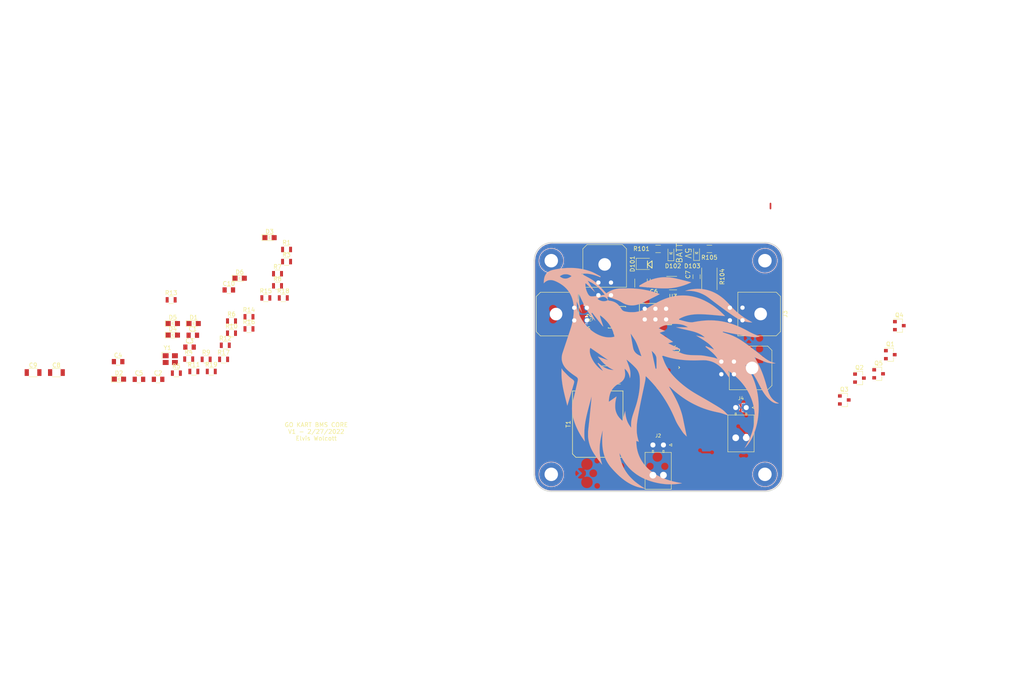
<source format=kicad_pcb>
(kicad_pcb (version 20171130) (host pcbnew 5.99.0+really5.1.10+dfsg1-1)
  (layers (0 F.Cu signal) (31 B.Cu signal) (34 B.Paste user) (35 F.Paste user) (36 B.SilkS user hide) (37 F.SilkS user) (38 B.Mask user) (39 F.Mask user) (44 Edge.Cuts user))
  (net 0 "")
  (net 1 GND)
  (net 2 "Net-(D102-Pad2)")
  (net 3 "Net-(D103-Pad2)")
  (net 4 +5V)
  (net 5 "Net-(C3-Pad1)")
  (net 6 "Net-(C4-Pad1)")
  (net 7 "Net-(C5-Pad1)")
  (net 8 "Net-(C6-Pad1)")
  (net 9 "Net-(C7-Pad1)")
  (net 10 "Net-(C8-Pad1)")
  (net 11 "Net-(C9-Pad1)")
  (net 12 /DEBUG_1)
  (net 13 "Net-(D1-Pad2)")
  (net 14 "Net-(D2-Pad2)")
  (net 15 /DEBUG_2)
  (net 16 /DEBUG_3)
  (net 17 "Net-(D3-Pad2)")
  (net 18 "Net-(D4-Pad2)")
  (net 19 "Net-(D5-Pad2)")
  (net 20 "Net-(D6-Pad2)")
  (net 21 +BATT)
  (net 22 /MISO)
  (net 23 /SCK)
  (net 24 /MOSI)
  (net 25 /RESET)
  (net 26 "Net-(J2-Pad1)")
  (net 27 "Net-(J2-Pad2)")
  (net 28 /AIR_WELD)
  (net 29 /COIL_-)
  (net 30 /COIL_+)
  (net 31 /AIR_LSD)
  (net 32 /SHUTDOWN_SENSE)
  (net 33 /CAN_+)
  (net 34 /CAN_-)
  (net 35 "Net-(R7-Pad1)")
  (net 36 "Net-(R8-Pad2)")
  (net 37 "Net-(T1-Pad9)")
  (net 38 "Net-(T1-Pad2)")
  (net 39 "Net-(T1-Pad6)")
  (net 40 "Net-(T1-Pad7)")
  (net 41 "Net-(T1-Pad8)")
  (net 42 /CAN_TX)
  (net 43 /CAN_RX)
  (net 44 "Net-(U1-Pad5)")
  (net 45 /FAN_PWM_RAW)
  (net 46 /MISO_iso)
  (net 47 /MOSI_iso)
  (net 48 "Net-(U2-Pad13)")
  (net 49 "Net-(U2-Pad14)")
  (net 50 "Net-(U2-Pad15)")
  (net 51 /CS_iso)
  (net 52 "Net-(U2-Pad17)")
  (net 53 "Net-(U2-Pad18)")
  (net 54 "Net-(U2-Pad21)")
  (net 55 "Net-(U2-Pad22)")
  (net 56 /SCK_iso)
  (net 57 "Net-(U2-Pad30)")
  (net 58 "Net-(U2-Pad32)")
  (net 59 /FAN_PWM)
  (net 60 "Net-(J5-Pad4)")
  (net 61 "Net-(Q3-Pad3)")
  (net 62 "Net-(R18-Pad2)")
  (net 63 "Net-(R18-Pad1)")
  (net 64 "Net-(T1-Pad4)")
  (net 65 "Net-(T1-Pad5)")
  (net 66 "Net-(U2-Pad24)")
  (module footprints:NanoFit_Molex_1x02x2.50mm_Angled_OEM (layer F.Cu) (at 191.135 114.935 180)
    (fp_text reference J4 (at 1.25 2.2) (layer F.SilkS) (effects (font (size 0.8 0.8) (thickness 0.12))))
    (fp_text value NanoFit_RA_TH_02 hide)
    (pad 1 thru_hole rect (at 0 0 180) (size 1.9 1.9) (drill 1.2) (layers *.Cu *.Mask) (net 30 /COIL_+))
    (pad 2 thru_hole circle (at 2.5 0 180) (size 1.9 1.9) (drill 1.2) (layers *.Cu *.Mask) (net 1 GND))
    (pad "" np_thru_hole circle (at 0 -7.18 180) (size 1.6 1.6) (drill 1.6) (layers *.Cu *.Mask))
    (pad "" np_thru_hole circle (at 2.5 -7.18 180) (size 1.6 1.6) (drill 1.6) (layers *.Cu *.Mask))
  )
  (module footprints:SOT-23-5 (layer F.Cu) (at 173.736 85.344)
    (fp_text reference U3 (at 0 3.175) (layer F.SilkS))
    (fp_text value AP7370 hide)
    (pad 5 smd rect (at 1.1 -0.95) (size 1.06 0.65) (layers F.Cu F.Paste F.Mask) (net 9 "Net-(C7-Pad1)"))
    (pad 4 smd rect (at 1.1 0.95) (size 1.06 0.65) (layers F.Cu F.Paste F.Mask))
    (pad 3 smd rect (at -1.1 0.95) (size 1.06 0.65) (layers F.Cu F.Paste F.Mask))
    (pad 2 smd rect (at -1.1 0) (size 1.06 0.65) (layers F.Cu F.Paste F.Mask) (net 1 GND))
    (pad 1 smd rect (at -1.1 -0.95) (size 1.06 0.65) (layers F.Cu F.Paste F.Mask) (net 8 "Net-(C6-Pad1)"))
  )
  (module MountingHole:MountingHole_3.2mm_M3_ISO7380_Pad_TopBottom (layer F.Cu) (at 195.58 130.81)
    (fp_text reference REF** hide)
    (fp_text value MountingHole_3.2mm_M3_ISO7380_Pad_TopBottom hide)
    (pad 1 connect circle (at 0 0) (size 5.7 5.7) (layers B.Cu B.Mask))
    (pad 1 connect circle (at 0 0) (size 5.7 5.7) (layers F.Cu F.Mask))
    (pad 1 thru_hole circle (at 0 0) (size 3.6 3.6) (drill 3.2) (layers *.Cu *.Mask))
  )
  (module MountingHole:MountingHole_3.2mm_M3_ISO7380_Pad_TopBottom (layer F.Cu) (at 195.58 80.01)
    (fp_text reference REF** hide)
    (fp_text value MountingHole_3.2mm_M3_ISO7380_Pad_TopBottom hide)
    (pad 1 connect circle (at 0 0) (size 5.7 5.7) (layers B.Cu B.Mask))
    (pad 1 connect circle (at 0 0) (size 5.7 5.7) (layers F.Cu F.Mask))
    (pad 1 thru_hole circle (at 0 0) (size 3.6 3.6) (drill 3.2) (layers *.Cu *.Mask))
  )
  (module MountingHole:MountingHole_3.2mm_M3_ISO7380_Pad_TopBottom (layer F.Cu) (at 144.78 80.01)
    (fp_text reference REF** hide)
    (fp_text value MountingHole_3.2mm_M3_ISO7380_Pad_TopBottom hide)
    (pad 1 connect circle (at 0 0) (size 5.7 5.7) (layers B.Cu B.Mask))
    (pad 1 connect circle (at 0 0) (size 5.7 5.7) (layers F.Cu F.Mask))
    (pad 1 thru_hole circle (at 0 0) (size 3.6 3.6) (drill 3.2) (layers *.Cu *.Mask))
  )
  (module MountingHole:MountingHole_3.2mm_M3_ISO7380_Pad_TopBottom (layer F.Cu) (at 144.78 130.81)
    (fp_text reference REF** hide)
    (fp_text value MountingHole_3.2mm_M3_ISO7380_Pad_TopBottom hide)
    (pad 1 connect circle (at 0 0) (size 5.7 5.7) (layers B.Cu B.Mask))
    (pad 1 connect circle (at 0 0) (size 5.7 5.7) (layers F.Cu F.Mask))
    (pad 1 thru_hole circle (at 0 0) (size 3.6 3.6) (drill 3.2) (layers *.Cu *.Mask))
  )
  (module footprints:phoenix (layer B.Cu) (at 170.942 107.95 180)
    (fp_text reference G*** hide)
    (fp_text value LOGO hide)
  )
  (module footprints:C_0805_OEM (layer F.Cu) (at 169.164 84.836 270)
    (fp_text reference C6 (at 2.54 0 180) (layer F.SilkS))
    (fp_text value C_1uF hide)
    (pad 2 smd rect (at 1 0 270) (size 1 1.25) (layers F.Cu F.Paste F.Mask) (net 1 GND))
    (pad 1 smd rect (at -1 0 270) (size 1 1.25) (layers F.Cu F.Paste F.Mask) (net 8 "Net-(C6-Pad1)"))
  )
  (module footprints:C_0805_OEM (layer F.Cu) (at 179.324 83.82 270)
    (fp_text reference C7 (at -0.508 2.032 90) (layer F.SilkS))
    (fp_text value C_1uF hide)
    (pad 2 smd rect (at 1 0 270) (size 1 1.25) (layers F.Cu F.Paste F.Mask) (net 1 GND))
    (pad 1 smd rect (at -1 0 270) (size 1 1.25) (layers F.Cu F.Paste F.Mask) (net 9 "Net-(C7-Pad1)"))
  )
  (module footprints:DO-214AA (layer F.Cu) (at 168.148 80.772)
    (fp_text reference D101 (at -4.064 0 270) (layer F.SilkS))
    (fp_text value D_Zener_18V hide)
    (pad 1 smd rect (at -2.032 0 180) (size 1.778 2.159) (layers F.Cu F.Paste F.Mask) (net 8 "Net-(C6-Pad1)"))
    (pad 2 smd rect (at 2.032 0 180) (size 1.778 2.159) (layers F.Cu F.Paste F.Mask) (net 1 GND))
  )
  (module footprints:LED_0805_OEM (layer F.Cu) (at 173.228 78.232 90)
    (fp_text reference D102 (at -3.048 0.508) (layer F.SilkS))
    (fp_text value LED_0805 hide)
    (pad 1 smd rect (at -1.1 0 270) (size 1.2 1.2) (layers F.Cu F.Paste F.Mask) (net 1 GND))
    (pad 2 smd rect (at 1.1 0 270) (size 1.2 1.2) (layers F.Cu F.Paste F.Mask) (net 2 "Net-(D102-Pad2)"))
  )
  (module footprints:LED_0805_OEM (layer F.Cu) (at 179.324 78.148 90)
    (fp_text reference D103 (at -3.132 -1.016 180) (layer F.SilkS))
    (fp_text value LED_0805 hide)
    (pad 1 smd rect (at -1.1 0 270) (size 1.2 1.2) (layers F.Cu F.Paste F.Mask) (net 1 GND))
    (pad 2 smd rect (at 1.1 0 270) (size 1.2 1.2) (layers F.Cu F.Paste F.Mask) (net 3 "Net-(D103-Pad2)"))
  )
  (module footprints:Fuse_1210 (layer F.Cu) (at 166.116 85.344 270)
    (fp_text reference F101 (at 3.048 0 180) (layer F.SilkS))
    (fp_text value F_500mA_16V hide)
    (pad 2 smd rect (at 1.45 0 270) (size 0.9 2.5) (layers F.Cu F.Paste F.Mask) (net 21 +BATT))
    (pad 1 smd rect (at -1.45 0 270) (size 0.9 2.5) (layers F.Cu F.Paste F.Mask) (net 8 "Net-(C6-Pad1)"))
  )
  (module footprints:R_0805_OEM (layer F.Cu) (at 170.18 77.216)
    (fp_text reference R101 (at -3.959 -0.027) (layer F.SilkS))
    (fp_text value R_1K hide)
    (pad 2 smd rect (at 0.95 0) (size 0.7 1.3) (layers F.Cu F.Paste F.Mask) (net 2 "Net-(D102-Pad2)"))
    (pad 1 smd rect (at -0.95 0) (size 0.7 1.3) (layers F.Cu F.Paste F.Mask) (net 8 "Net-(C6-Pad1)"))
  )
  (module footprints:R_2512_OEM (layer F.Cu) (at 182.372 84.328 90)
    (fp_text reference R104 (at 0.508 3.048 270) (layer F.SilkS))
    (fp_text value R_0_2512 hide)
    (pad 2 smd rect (at 3.1 0 90) (size 1 3.2) (layers F.Cu F.Paste F.Mask) (net 9 "Net-(C7-Pad1)"))
    (pad 1 smd rect (at -3.1 0 90) (size 1 3.2) (layers F.Cu F.Paste F.Mask) (net 4 +5V))
  )
  (module footprints:R_0805_OEM (layer F.Cu) (at 182.372 77.216 180)
    (fp_text reference R105 (at 0 -2.032) (layer F.SilkS))
    (fp_text value R_200 hide)
    (pad 2 smd rect (at 0.95 0 180) (size 0.7 1.3) (layers F.Cu F.Paste F.Mask) (net 3 "Net-(D103-Pad2)"))
    (pad 1 smd rect (at -0.95 0 180) (size 0.7 1.3) (layers F.Cu F.Paste F.Mask) (net 9 "Net-(C7-Pad1)"))
  )
  (module footprints:C_0805_OEM (layer F.Cu) (at 59.559001 97.740001)
    (fp_text reference C1 (at 0 -1.5) (layer F.SilkS))
    (fp_text value C_0.1uF hide)
    (pad 2 smd rect (at 1 0) (size 1 1.25) (layers F.Cu F.Paste F.Mask) (net 1 GND))
    (pad 1 smd rect (at -1 0) (size 1 1.25) (layers F.Cu F.Paste F.Mask) (net 4 +5V))
  )
  (module footprints:C_0805_OEM (layer F.Cu) (at 51.299001 108.220001)
    (fp_text reference C2 (at 0 -1.5) (layer F.SilkS))
    (fp_text value C_0.1uF hide)
    (pad 2 smd rect (at 1 0) (size 1 1.25) (layers F.Cu F.Paste F.Mask) (net 1 GND))
    (pad 1 smd rect (at -1 0) (size 1 1.25) (layers F.Cu F.Paste F.Mask) (net 4 +5V))
  )
  (module footprints:C_0805_OEM (layer F.Cu) (at 58.779001 100.560001)
    (fp_text reference C3 (at 0 -1.5) (layer F.SilkS))
    (fp_text value C_100pF hide)
    (pad 2 smd rect (at 1 0) (size 1 1.25) (layers F.Cu F.Paste F.Mask) (net 1 GND))
    (pad 1 smd rect (at -1 0) (size 1 1.25) (layers F.Cu F.Paste F.Mask) (net 5 "Net-(C3-Pad1)"))
  )
  (module footprints:C_0805_OEM (layer F.Cu) (at 41.799001 104.010001)
    (fp_text reference C4 (at 0 -1.5) (layer F.SilkS))
    (fp_text value C_30pF hide)
    (pad 2 smd rect (at 1 0) (size 1 1.25) (layers F.Cu F.Paste F.Mask) (net 1 GND))
    (pad 1 smd rect (at -1 0) (size 1 1.25) (layers F.Cu F.Paste F.Mask) (net 6 "Net-(C4-Pad1)"))
  )
  (module footprints:C_0805_OEM (layer F.Cu) (at 46.749001 108.220001)
    (fp_text reference C5 (at 0 -1.5) (layer F.SilkS))
    (fp_text value C_30pF hide)
    (pad 2 smd rect (at 1 0) (size 1 1.25) (layers F.Cu F.Paste F.Mask) (net 1 GND))
    (pad 1 smd rect (at -1 0) (size 1 1.25) (layers F.Cu F.Paste F.Mask) (net 7 "Net-(C5-Pad1)"))
  )
  (module footprints:C_1206_OEM (layer F.Cu) (at 27.129001 106.610001)
    (fp_text reference C8 (at 0 -1.75) (layer F.SilkS))
    (fp_text value C_10nF hide)
    (pad 2 smd rect (at 1.5 0) (size 1 1.6) (layers F.Cu F.Paste F.Mask) (net 1 GND))
    (pad 1 smd rect (at -1.5 0) (size 1 1.6) (layers F.Cu F.Paste F.Mask) (net 10 "Net-(C8-Pad1)"))
  )
  (module footprints:C_1206_OEM (layer F.Cu) (at 21.579001 106.610001)
    (fp_text reference C9 (at 0 -1.75) (layer F.SilkS))
    (fp_text value C_10nF hide)
    (pad 2 smd rect (at 1.5 0) (size 1 1.6) (layers F.Cu F.Paste F.Mask) (net 1 GND))
    (pad 1 smd rect (at -1.5 0) (size 1 1.6) (layers F.Cu F.Paste F.Mask) (net 11 "Net-(C9-Pad1)"))
  )
  (module footprints:C_0805_OEM (layer F.Cu) (at 68.119001 86.970001)
    (fp_text reference C10 (at 0 -1.5) (layer F.SilkS))
    (fp_text value C_1uF hide)
    (pad 2 smd rect (at 1 0) (size 1 1.25) (layers F.Cu F.Paste F.Mask) (net 1 GND))
    (pad 1 smd rect (at -1 0) (size 1 1.25) (layers F.Cu F.Paste F.Mask) (net 4 +5V))
  )
  (module footprints:LED_0805_OEM (layer F.Cu) (at 59.759001 94.955001)
    (fp_text reference D1 (at 0 -1.45) (layer F.SilkS))
    (fp_text value LED_0805 hide)
    (pad 1 smd rect (at -1.1 0 180) (size 1.2 1.2) (layers F.Cu F.Paste F.Mask) (net 12 /DEBUG_1))
    (pad 2 smd rect (at 1.1 0 180) (size 1.2 1.2) (layers F.Cu F.Paste F.Mask) (net 13 "Net-(D1-Pad2)"))
  )
  (module footprints:LED_0805_OEM (layer F.Cu) (at 41.999001 108.185001)
    (fp_text reference D2 (at 0 -1.45) (layer F.SilkS))
    (fp_text value LED_0805 hide)
    (pad 1 smd rect (at -1.1 0 180) (size 1.2 1.2) (layers F.Cu F.Paste F.Mask) (net 15 /DEBUG_2))
    (pad 2 smd rect (at 1.1 0 180) (size 1.2 1.2) (layers F.Cu F.Paste F.Mask) (net 14 "Net-(D2-Pad2)"))
  )
  (module footprints:LED_0805_OEM (layer F.Cu) (at 77.799001 74.535001)
    (fp_text reference D3 (at 0 -1.45) (layer F.SilkS))
    (fp_text value LED_0805 hide)
    (pad 1 smd rect (at -1.1 0 180) (size 1.2 1.2) (layers F.Cu F.Paste F.Mask) (net 16 /DEBUG_3))
    (pad 2 smd rect (at 1.1 0 180) (size 1.2 1.2) (layers F.Cu F.Paste F.Mask) (net 17 "Net-(D3-Pad2)"))
  )
  (module footprints:LED_0805_OEM (layer F.Cu) (at 54.809001 97.705001)
    (fp_text reference D4 (at 0 -1.45) (layer F.SilkS))
    (fp_text value LED_0805 hide)
    (pad 1 smd rect (at -1.1 0 180) (size 1.2 1.2) (layers F.Cu F.Paste F.Mask) (net 1 GND))
    (pad 2 smd rect (at 1.1 0 180) (size 1.2 1.2) (layers F.Cu F.Paste F.Mask) (net 18 "Net-(D4-Pad2)"))
  )
  (module footprints:LED_0805_OEM (layer F.Cu) (at 54.809001 94.955001)
    (fp_text reference D5 (at 0 -1.45) (layer F.SilkS))
    (fp_text value LED_0805 hide)
    (pad 1 smd rect (at -1.1 0 180) (size 1.2 1.2) (layers F.Cu F.Paste F.Mask) (net 1 GND))
    (pad 2 smd rect (at 1.1 0 180) (size 1.2 1.2) (layers F.Cu F.Paste F.Mask) (net 19 "Net-(D5-Pad2)"))
  )
  (module footprints:LED_0805_OEM (layer F.Cu) (at 70.699001 84.185001)
    (fp_text reference D6 (at 0 -1.45) (layer F.SilkS))
    (fp_text value LED_0805 hide)
    (pad 1 smd rect (at -1.1 0 180) (size 1.2 1.2) (layers F.Cu F.Paste F.Mask) (net 1 GND))
    (pad 2 smd rect (at 1.1 0 180) (size 1.2 1.2) (layers F.Cu F.Paste F.Mask) (net 20 "Net-(D6-Pad2)"))
  )
  (module footprints:Pin_Header_Straight_2x03 (layer F.Cu) (at 172.085 91.44 270)
    (fp_text reference J1 (at 1.778 -2.54 90) (layer F.SilkS))
    (fp_text value CONN_02X03 hide)
    (pad 6 thru_hole circle (at 2.54 5.08 270) (size 1.4 1.4) (drill 1.016) (layers *.Cu *.Mask) (net 1 GND))
    (pad 5 thru_hole circle (at 0 5.08 270) (size 1.4 1.4) (drill 1.016) (layers *.Cu *.Mask) (net 25 /RESET))
    (pad 4 thru_hole circle (at 2.54 2.54 270) (size 1.4 1.4) (drill 1.016) (layers *.Cu *.Mask) (net 24 /MOSI))
    (pad 3 thru_hole circle (at 0 2.54 270) (size 1.4 1.4) (drill 1.016) (layers *.Cu *.Mask) (net 23 /SCK))
    (pad 2 thru_hole circle (at 2.54 0 270) (size 1.4 1.4) (drill 1.016) (layers *.Cu *.Mask) (net 4 +5V))
    (pad 1 thru_hole rect (at 0 0 270) (size 1.4 1.4) (drill 1.016) (layers *.Cu *.Mask) (net 22 /MISO))
  )
  (module footprints:MicroFit_RA_4 (layer F.Cu) (at 190.246 91.186 270)
    (fp_text reference J3 (at 1.5 -10.12 90) (layer F.SilkS))
    (fp_text value MicroFit_RA_4)
    (pad 4 thru_hole circle (at 3 3 270) (size 1.5 1.5) (drill 1.02) (layers *.Cu *.Mask) (net 30 /COIL_+))
    (pad 3 thru_hole circle (at 0 3 270) (size 1.5 1.5) (drill 1.02) (layers *.Cu *.Mask) (net 29 /COIL_-))
    (pad 2 thru_hole circle (at 3 0 270) (size 1.5 1.5) (drill 1.02) (layers *.Cu *.Mask) (net 4 +5V))
    (pad 1 thru_hole roundrect (at 0 0 270) (size 1.5 1.5) (drill 1.02) (layers *.Cu *.Mask) (roundrect_rratio 0.166667) (net 28 /AIR_WELD))
    (pad "" np_thru_hole circle (at 1.5 -4.32 270) (size 3 3) (drill 3) (layers *.Cu *.Mask))
  )
  (module footprints:MicroFit_RA_4 (layer F.Cu) (at 188.214 104.013 270)
    (fp_text reference J5 (at -2.667 2.54 90) (layer F.SilkS))
    (fp_text value MicroFit_RA_4)
    (pad 4 thru_hole circle (at 3 3 270) (size 1.5 1.5) (drill 1.02) (layers *.Cu *.Mask) (net 60 "Net-(J5-Pad4)"))
    (pad 3 thru_hole circle (at 0 3 270) (size 1.5 1.5) (drill 1.02) (layers *.Cu *.Mask) (net 21 +BATT))
    (pad 2 thru_hole circle (at 3 0 270) (size 1.5 1.5) (drill 1.02) (layers *.Cu *.Mask) (net 59 /FAN_PWM))
    (pad 1 thru_hole roundrect (at 0 0 270) (size 1.5 1.5) (drill 1.02) (layers *.Cu *.Mask) (roundrect_rratio 0.166667) (net 1 GND))
    (pad "" np_thru_hole circle (at 1.5 -4.32 270) (size 3 3) (drill 3) (layers *.Cu *.Mask))
  )
  (module footprints:MicroFit_RA_4 (layer F.Cu) (at 150.243 94.21 90)
    (fp_text reference J6 (at -2.056 3.048 180) (layer F.SilkS))
    (fp_text value MicroFit_RA_4)
    (pad 4 thru_hole circle (at 3 3 90) (size 1.5 1.5) (drill 1.02) (layers *.Cu *.Mask) (net 33 /CAN_+))
    (pad 3 thru_hole circle (at 0 3 90) (size 1.5 1.5) (drill 1.02) (layers *.Cu *.Mask) (net 34 /CAN_-))
    (pad 2 thru_hole circle (at 3 0 90) (size 1.5 1.5) (drill 1.02) (layers *.Cu *.Mask) (net 21 +BATT))
    (pad 1 thru_hole roundrect (at 0 0 90) (size 1.5 1.5) (drill 1.02) (layers *.Cu *.Mask) (roundrect_rratio 0.166667) (net 1 GND))
    (pad "" np_thru_hole circle (at 1.5 -4.32 90) (size 3 3) (drill 3) (layers *.Cu *.Mask))
  )
  (module footprints:MicroFit_RA_4 (layer F.Cu) (at 155.98 85.219)
    (fp_text reference J7 (at 5.08 3.048 270) (layer F.SilkS))
    (fp_text value MicroFit_RA_4)
    (pad 4 thru_hole circle (at 3 3) (size 1.5 1.5) (drill 1.02) (layers *.Cu *.Mask) (net 33 /CAN_+))
    (pad 3 thru_hole circle (at 0 3) (size 1.5 1.5) (drill 1.02) (layers *.Cu *.Mask) (net 34 /CAN_-))
    (pad 2 thru_hole circle (at 3 0) (size 1.5 1.5) (drill 1.02) (layers *.Cu *.Mask) (net 21 +BATT))
    (pad 1 thru_hole roundrect (at 0 0) (size 1.5 1.5) (drill 1.02) (layers *.Cu *.Mask) (roundrect_rratio 0.166667) (net 1 GND))
    (pad "" np_thru_hole circle (at 1.5 -4.32) (size 3 3) (drill 3) (layers *.Cu *.Mask))
  )
  (module footprints:SOT-23F (layer F.Cu) (at 225.386001 102.357001)
    (fp_text reference Q1 (at 0 -2.5) (layer F.SilkS))
    (fp_text value SSM3K333R hide)
    (pad 1 smd rect (at -1.05 -0.95) (size 0.9 0.8) (layers F.Cu F.Paste F.Mask) (net 31 /AIR_LSD))
    (pad 2 smd rect (at -1.05 0.95) (size 0.9 0.8) (layers F.Cu F.Paste F.Mask) (net 1 GND))
    (pad 3 smd rect (at 1.05 0) (size 0.9 0.8) (layers F.Cu F.Paste F.Mask) (net 29 /COIL_-))
  )
  (module footprints:SOT-23F (layer F.Cu) (at 218.056001 107.927001)
    (fp_text reference Q2 (at 0 -2.5) (layer F.SilkS))
    (fp_text value SSM3K333R hide)
    (pad 1 smd rect (at -1.05 -0.95) (size 0.9 0.8) (layers F.Cu F.Paste F.Mask) (net 30 /COIL_+))
    (pad 2 smd rect (at -1.05 0.95) (size 0.9 0.8) (layers F.Cu F.Paste F.Mask) (net 1 GND))
    (pad 3 smd rect (at 1.05 0) (size 0.9 0.8) (layers F.Cu F.Paste F.Mask) (net 32 /SHUTDOWN_SENSE))
  )
  (module footprints:SOT-23F (layer F.Cu) (at 214.446001 113.127001)
    (fp_text reference Q3 (at 0 -2.5) (layer F.SilkS))
    (fp_text value SSM3K333R hide)
    (pad 1 smd rect (at -1.05 -0.95) (size 0.9 0.8) (layers F.Cu F.Paste F.Mask) (net 45 /FAN_PWM_RAW))
    (pad 2 smd rect (at -1.05 0.95) (size 0.9 0.8) (layers F.Cu F.Paste F.Mask) (net 1 GND))
    (pad 3 smd rect (at 1.05 0) (size 0.9 0.8) (layers F.Cu F.Paste F.Mask) (net 61 "Net-(Q3-Pad3)"))
  )
  (module footprints:SOT-23F (layer F.Cu) (at 227.536001 95.457001)
    (fp_text reference Q4 (at 0 -2.5) (layer F.SilkS))
    (fp_text value SSM3J334R hide)
    (pad 1 smd rect (at -1.05 -0.95) (size 0.9 0.8) (layers F.Cu F.Paste F.Mask) (net 61 "Net-(Q3-Pad3)"))
    (pad 2 smd rect (at -1.05 0.95) (size 0.9 0.8) (layers F.Cu F.Paste F.Mask) (net 59 /FAN_PWM))
    (pad 3 smd rect (at 1.05 0) (size 0.9 0.8) (layers F.Cu F.Paste F.Mask) (net 21 +BATT))
  )
  (module footprints:SOT-23F (layer F.Cu) (at 222.606001 106.907001)
    (fp_text reference Q5 (at 0 -2.5) (layer F.SilkS))
    (fp_text value SSM3K333R hide)
    (pad 1 smd rect (at -1.05 -0.95) (size 0.9 0.8) (layers F.Cu F.Paste F.Mask) (net 61 "Net-(Q3-Pad3)"))
    (pad 2 smd rect (at -1.05 0.95) (size 0.9 0.8) (layers F.Cu F.Paste F.Mask) (net 1 GND))
    (pad 3 smd rect (at 1.05 0) (size 0.9 0.8) (layers F.Cu F.Paste F.Mask) (net 59 /FAN_PWM))
  )
  (module footprints:R_0805_OEM (layer F.Cu) (at 81.849001 77.350001)
    (fp_text reference R1 (at 0 -1.65) (layer F.SilkS))
    (fp_text value R_100 hide)
    (pad 2 smd rect (at 0.95 0) (size 0.7 1.3) (layers F.Cu F.Paste F.Mask) (net 5 "Net-(C3-Pad1)"))
    (pad 1 smd rect (at -0.95 0) (size 0.7 1.3) (layers F.Cu F.Paste F.Mask) (net 4 +5V))
  )
  (module footprints:R_0805_OEM (layer F.Cu) (at 155.448 93.599 90)
    (fp_text reference R2 (at 0 -1.65 90) (layer F.SilkS))
    (fp_text value R_120_DNP hide)
    (pad 2 smd rect (at 0.95 0 90) (size 0.7 1.3) (layers F.Cu F.Paste F.Mask) (net 34 /CAN_-))
    (pad 1 smd rect (at -0.95 0 90) (size 0.7 1.3) (layers F.Cu F.Paste F.Mask) (net 33 /CAN_+))
  )
  (module footprints:R_0805_OEM (layer F.Cu) (at 81.849001 80.230001)
    (fp_text reference R3 (at 0 -1.65) (layer F.SilkS))
    (fp_text value R_10K hide)
    (pad 2 smd rect (at 0.95 0) (size 0.7 1.3) (layers F.Cu F.Paste F.Mask) (net 25 /RESET))
    (pad 1 smd rect (at -0.95 0) (size 0.7 1.3) (layers F.Cu F.Paste F.Mask) (net 4 +5V))
  )
  (module footprints:R_0805_OEM (layer F.Cu) (at 58.579001 103.410001)
    (fp_text reference R4 (at 0 -1.65) (layer F.SilkS))
    (fp_text value R_200 hide)
    (pad 2 smd rect (at 0.95 0) (size 0.7 1.3) (layers F.Cu F.Paste F.Mask) (net 13 "Net-(D1-Pad2)"))
    (pad 1 smd rect (at -0.95 0) (size 0.7 1.3) (layers F.Cu F.Paste F.Mask) (net 4 +5V))
  )
  (module footprints:R_0805_OEM (layer F.Cu) (at 55.649001 106.750001)
    (fp_text reference R5 (at 0 -1.65) (layer F.SilkS))
    (fp_text value R_10K hide)
    (pad 2 smd rect (at 0.95 0) (size 0.7 1.3) (layers F.Cu F.Paste F.Mask) (net 1 GND))
    (pad 1 smd rect (at -0.95 0) (size 0.7 1.3) (layers F.Cu F.Paste F.Mask) (net 45 /FAN_PWM_RAW))
  )
  (module footprints:R_0805_OEM (layer F.Cu) (at 68.759001 94.370001)
    (fp_text reference R6 (at 0 -1.65) (layer F.SilkS))
    (fp_text value R_1K hide)
    (pad 2 smd rect (at 0.95 0) (size 0.7 1.3) (layers F.Cu F.Paste F.Mask) (net 1 GND))
    (pad 1 smd rect (at -0.95 0) (size 0.7 1.3) (layers F.Cu F.Paste F.Mask) (net 62 "Net-(R18-Pad2)"))
  )
  (module footprints:R_0805_OEM (layer F.Cu) (at 79.699001 83.110001)
    (fp_text reference R7 (at 0 -1.65) (layer F.SilkS))
    (fp_text value R_60.4 hide)
    (pad 2 smd rect (at 0.95 0) (size 0.7 1.3) (layers F.Cu F.Paste F.Mask) (net 10 "Net-(C8-Pad1)"))
    (pad 1 smd rect (at -0.95 0) (size 0.7 1.3) (layers F.Cu F.Paste F.Mask) (net 35 "Net-(R7-Pad1)"))
  )
  (module footprints:R_0805_OEM (layer F.Cu) (at 79.699001 85.990001)
    (fp_text reference R8 (at 0 -1.65) (layer F.SilkS))
    (fp_text value R_60.4 hide)
    (pad 2 smd rect (at 0.95 0) (size 0.7 1.3) (layers F.Cu F.Paste F.Mask) (net 36 "Net-(R8-Pad2)"))
    (pad 1 smd rect (at -0.95 0) (size 0.7 1.3) (layers F.Cu F.Paste F.Mask) (net 10 "Net-(C8-Pad1)"))
  )
  (module footprints:R_0805_OEM (layer F.Cu) (at 62.729001 103.470001)
    (fp_text reference R9 (at 0 -1.65) (layer F.SilkS))
    (fp_text value R_200 hide)
    (pad 2 smd rect (at 0.95 0) (size 0.7 1.3) (layers F.Cu F.Paste F.Mask) (net 14 "Net-(D2-Pad2)"))
    (pad 1 smd rect (at -0.95 0) (size 0.7 1.3) (layers F.Cu F.Paste F.Mask) (net 4 +5V))
  )
  (module footprints:R_0805_OEM (layer F.Cu) (at 68.759001 97.250001)
    (fp_text reference R10 (at 0 -1.65) (layer F.SilkS))
    (fp_text value R_200 hide)
    (pad 2 smd rect (at 0.95 0) (size 0.7 1.3) (layers F.Cu F.Paste F.Mask) (net 17 "Net-(D3-Pad2)"))
    (pad 1 smd rect (at -0.95 0) (size 0.7 1.3) (layers F.Cu F.Paste F.Mask) (net 4 +5V))
  )
  (module footprints:R_0805_OEM (layer F.Cu) (at 59.799001 106.350001)
    (fp_text reference R11 (at 0 -1.65) (layer F.SilkS))
    (fp_text value R_200 hide)
    (pad 2 smd rect (at 0.95 0) (size 0.7 1.3) (layers F.Cu F.Paste F.Mask) (net 18 "Net-(D4-Pad2)"))
    (pad 1 smd rect (at -0.95 0) (size 0.7 1.3) (layers F.Cu F.Paste F.Mask) (net 28 /AIR_WELD))
  )
  (module footprints:R_0805_OEM (layer F.Cu) (at 67.279001 100.130001)
    (fp_text reference R12 (at 0 -1.65) (layer F.SilkS))
    (fp_text value R_10K hide)
    (pad 2 smd rect (at 0.95 0) (size 0.7 1.3) (layers F.Cu F.Paste F.Mask) (net 1 GND))
    (pad 1 smd rect (at -0.95 0) (size 0.7 1.3) (layers F.Cu F.Paste F.Mask) (net 28 /AIR_WELD))
  )
  (module footprints:R_0805_OEM (layer F.Cu) (at 54.409001 89.320001)
    (fp_text reference R13 (at 0 -1.65) (layer F.SilkS))
    (fp_text value R_200 hide)
    (pad 2 smd rect (at 0.95 0) (size 0.7 1.3) (layers F.Cu F.Paste F.Mask) (net 19 "Net-(D5-Pad2)"))
    (pad 1 smd rect (at -0.95 0) (size 0.7 1.3) (layers F.Cu F.Paste F.Mask) (net 31 /AIR_LSD))
  )
  (module footprints:R_0805_OEM (layer F.Cu) (at 72.909001 93.350001)
    (fp_text reference R14 (at 0 -1.65) (layer F.SilkS))
    (fp_text value R_10K hide)
    (pad 2 smd rect (at 0.95 0) (size 0.7 1.3) (layers F.Cu F.Paste F.Mask) (net 1 GND))
    (pad 1 smd rect (at -0.95 0) (size 0.7 1.3) (layers F.Cu F.Paste F.Mask) (net 31 /AIR_LSD))
  )
  (module footprints:R_0805_OEM (layer F.Cu) (at 76.919001 88.870001)
    (fp_text reference R15 (at 0 -1.65) (layer F.SilkS))
    (fp_text value R_200 hide)
    (pad 2 smd rect (at 0.95 0) (size 0.7 1.3) (layers F.Cu F.Paste F.Mask) (net 20 "Net-(D6-Pad2)"))
    (pad 1 smd rect (at -0.95 0) (size 0.7 1.3) (layers F.Cu F.Paste F.Mask) (net 30 /COIL_+))
  )
  (module footprints:R_0805_OEM (layer F.Cu) (at 72.909001 96.230001)
    (fp_text reference R16 (at 0 -1.65) (layer F.SilkS))
    (fp_text value R_10K hide)
    (pad 2 smd rect (at 0.95 0) (size 0.7 1.3) (layers F.Cu F.Paste F.Mask) (net 1 GND))
    (pad 1 smd rect (at -0.95 0) (size 0.7 1.3) (layers F.Cu F.Paste F.Mask) (net 30 /COIL_+))
  )
  (module footprints:R_0805_OEM (layer F.Cu) (at 66.879001 103.470001)
    (fp_text reference R17 (at 0 -1.65) (layer F.SilkS))
    (fp_text value R_10K hide)
    (pad 2 smd rect (at 0.95 0) (size 0.7 1.3) (layers F.Cu F.Paste F.Mask) (net 4 +5V))
    (pad 1 smd rect (at -0.95 0) (size 0.7 1.3) (layers F.Cu F.Paste F.Mask) (net 32 /SHUTDOWN_SENSE))
  )
  (module footprints:R_0805_OEM (layer F.Cu) (at 81.069001 88.870001)
    (fp_text reference R18 (at 0 -1.65) (layer F.SilkS))
    (fp_text value R_1K hide)
    (pad 2 smd rect (at 0.95 0) (size 0.7 1.3) (layers F.Cu F.Paste F.Mask) (net 62 "Net-(R18-Pad2)"))
    (pad 1 smd rect (at -0.95 0) (size 0.7 1.3) (layers F.Cu F.Paste F.Mask) (net 63 "Net-(R18-Pad1)"))
  )
  (module footprints:R_0805_OEM (layer F.Cu) (at 63.949001 106.350001)
    (fp_text reference R19 (at 0 -1.65) (layer F.SilkS))
    (fp_text value R_1K hide)
    (pad 2 smd rect (at 0.95 0) (size 0.7 1.3) (layers F.Cu F.Paste F.Mask) (net 61 "Net-(Q3-Pad3)"))
    (pad 1 smd rect (at -0.95 0) (size 0.7 1.3) (layers F.Cu F.Paste F.Mask) (net 21 +BATT))
  )
  (module footprints:T_LAN_SM91501ALE (layer F.Cu) (at 155.829 118.872)
    (fp_text reference T1 (at -7 0 90) (layer F.SilkS))
    (fp_text value T_LAN_SM91501ALE)
    (pad 6 smd rect (at 5 6.035) (size 1 2.7) (layers F.Cu F.Paste F.Mask) (net 39 "Net-(T1-Pad6)"))
    (pad 7 smd rect (at 5 -6.035) (size 1 2.7) (layers F.Cu F.Paste F.Mask) (net 40 "Net-(T1-Pad7)"))
    (pad 5 smd rect (at 3 6.035) (size 1 2.7) (layers F.Cu F.Paste F.Mask) (net 65 "Net-(T1-Pad5)"))
    (pad 8 smd rect (at 3 -6.035) (size 1 2.7) (layers F.Cu F.Paste F.Mask) (net 41 "Net-(T1-Pad8)"))
    (pad 4 smd rect (at 1 6.035) (size 1 2.7) (layers F.Cu F.Paste F.Mask) (net 64 "Net-(T1-Pad4)"))
    (pad 9 smd rect (at 1 -6.035) (size 1 2.7) (layers F.Cu F.Paste F.Mask) (net 37 "Net-(T1-Pad9)"))
    (pad 3 smd rect (at -1 6.035) (size 1 2.7) (layers F.Cu F.Paste F.Mask) (net 27 "Net-(J2-Pad2)"))
    (pad 10 smd rect (at -1 -6.035) (size 1 2.7) (layers F.Cu F.Paste F.Mask) (net 36 "Net-(R8-Pad2)"))
    (pad 2 smd rect (at -3 6.035) (size 1 2.7) (layers F.Cu F.Paste F.Mask) (net 38 "Net-(T1-Pad2)"))
    (pad 11 smd rect (at -3 -6.035) (size 1 2.7) (layers F.Cu F.Paste F.Mask) (net 11 "Net-(C9-Pad1)"))
    (pad 1 smd rect (at -5 6.035) (size 1 2.7) (layers F.Cu F.Paste F.Mask) (net 26 "Net-(J2-Pad1)"))
    (pad 12 smd rect (at -5 -6.035) (size 1 2.7) (layers F.Cu F.Paste F.Mask) (net 35 "Net-(R7-Pad1)"))
  )
  (module footprints:SOIC-8_3.9x4.9mm_Pitch1.27mm_OEM (layer F.Cu) (at 160.401 93.472 180)
    (fp_text reference U1 (at 0 -3.5) (layer F.SilkS))
    (fp_text value MCP2561-E_SN hide)
    (pad 8 smd rect (at 2.7 -1.905 180) (size 1.55 0.6) (layers F.Cu F.Paste F.Mask) (net 1 GND))
    (pad 7 smd rect (at 2.7 -0.635 180) (size 1.55 0.6) (layers F.Cu F.Paste F.Mask) (net 33 /CAN_+))
    (pad 6 smd rect (at 2.7 0.635 180) (size 1.55 0.6) (layers F.Cu F.Paste F.Mask) (net 34 /CAN_-))
    (pad 5 smd rect (at 2.7 1.905 180) (size 1.55 0.6) (layers F.Cu F.Paste F.Mask) (net 44 "Net-(U1-Pad5)"))
    (pad 4 smd rect (at -2.7 1.905 180) (size 1.55 0.6) (layers F.Cu F.Paste F.Mask) (net 43 /CAN_RX))
    (pad 3 smd rect (at -2.7 0.635 180) (size 1.55 0.6) (layers F.Cu F.Paste F.Mask) (net 4 +5V))
    (pad 2 smd rect (at -2.7 -0.635 180) (size 1.55 0.6) (layers F.Cu F.Paste F.Mask) (net 1 GND))
    (pad 1 smd rect (at -2.7 -1.905 180) (size 1.55 0.6) (layers F.Cu F.Paste F.Mask) (net 42 /CAN_TX))
  )
  (module footprints:TQFP-32_7x7mm_Pitch0.8mm (layer F.Cu) (at 170.18 105.41 315)
    (fp_text reference U2 (at 0 -6.05 135) (layer F.SilkS))
    (fp_text value ATMEGA16M1 hide)
    (pad 32 smd rect (at -2.8 -4.25 45) (size 1.6 0.55) (layers F.Cu F.Paste F.Mask) (net 58 "Net-(U2-Pad32)"))
    (pad 31 smd rect (at -2 -4.25 45) (size 1.6 0.55) (layers F.Cu F.Paste F.Mask) (net 25 /RESET))
    (pad 30 smd rect (at -1.2 -4.25 45) (size 1.6 0.55) (layers F.Cu F.Paste F.Mask) (net 57 "Net-(U2-Pad30)"))
    (pad 29 smd rect (at -0.4 -4.25 45) (size 1.6 0.55) (layers F.Cu F.Paste F.Mask) (net 32 /SHUTDOWN_SENSE))
    (pad 28 smd rect (at 0.4 -4.25 45) (size 1.6 0.55) (layers F.Cu F.Paste F.Mask) (net 28 /AIR_WELD))
    (pad 27 smd rect (at 1.2 -4.25 45) (size 1.6 0.55) (layers F.Cu F.Paste F.Mask) (net 16 /DEBUG_3))
    (pad 26 smd rect (at 2 -4.25 45) (size 1.6 0.55) (layers F.Cu F.Paste F.Mask) (net 15 /DEBUG_2))
    (pad 25 smd rect (at 2.8 -4.25 45) (size 1.6 0.55) (layers F.Cu F.Paste F.Mask) (net 12 /DEBUG_1))
    (pad 24 smd rect (at 4.25 -2.8 315) (size 1.6 0.55) (layers F.Cu F.Paste F.Mask) (net 66 "Net-(U2-Pad24)"))
    (pad 23 smd rect (at 4.25 -2 315) (size 1.6 0.55) (layers F.Cu F.Paste F.Mask) (net 56 /SCK_iso))
    (pad 22 smd rect (at 4.25 -1.2 315) (size 1.6 0.55) (layers F.Cu F.Paste F.Mask) (net 55 "Net-(U2-Pad22)"))
    (pad 21 smd rect (at 4.25 -0.4 315) (size 1.6 0.55) (layers F.Cu F.Paste F.Mask) (net 54 "Net-(U2-Pad21)"))
    (pad 20 smd rect (at 4.25 0.4 315) (size 1.6 0.55) (layers F.Cu F.Paste F.Mask) (net 1 GND))
    (pad 19 smd rect (at 4.25 1.2 315) (size 1.6 0.55) (layers F.Cu F.Paste F.Mask) (net 5 "Net-(C3-Pad1)"))
    (pad 18 smd rect (at 4.25 2 315) (size 1.6 0.55) (layers F.Cu F.Paste F.Mask) (net 53 "Net-(U2-Pad18)"))
    (pad 17 smd rect (at 4.25 2.8 315) (size 1.6 0.55) (layers F.Cu F.Paste F.Mask) (net 52 "Net-(U2-Pad17)"))
    (pad 16 smd rect (at 2.8 4.25 45) (size 1.6 0.55) (layers F.Cu F.Paste F.Mask) (net 51 /CS_iso))
    (pad 15 smd rect (at 2 4.25 45) (size 1.6 0.55) (layers F.Cu F.Paste F.Mask) (net 50 "Net-(U2-Pad15)"))
    (pad 14 smd rect (at 1.2 4.25 45) (size 1.6 0.55) (layers F.Cu F.Paste F.Mask) (net 49 "Net-(U2-Pad14)"))
    (pad 13 smd rect (at 0.4 4.25 45) (size 1.6 0.55) (layers F.Cu F.Paste F.Mask) (net 48 "Net-(U2-Pad13)"))
    (pad 12 smd rect (at -0.4 4.25 45) (size 1.6 0.55) (layers F.Cu F.Paste F.Mask) (net 23 /SCK))
    (pad 11 smd rect (at -1.2 4.25 45) (size 1.6 0.55) (layers F.Cu F.Paste F.Mask) (net 6 "Net-(C4-Pad1)"))
    (pad 10 smd rect (at -2 4.25 45) (size 1.6 0.55) (layers F.Cu F.Paste F.Mask) (net 7 "Net-(C5-Pad1)"))
    (pad 9 smd rect (at -2.8 4.25 45) (size 1.6 0.55) (layers F.Cu F.Paste F.Mask) (net 47 /MOSI_iso))
    (pad 8 smd rect (at -4.25 2.8 315) (size 1.6 0.55) (layers F.Cu F.Paste F.Mask) (net 46 /MISO_iso))
    (pad 7 smd rect (at -4.25 2 315) (size 1.6 0.55) (layers F.Cu F.Paste F.Mask) (net 43 /CAN_RX))
    (pad 6 smd rect (at -4.25 1.2 315) (size 1.6 0.55) (layers F.Cu F.Paste F.Mask) (net 42 /CAN_TX))
    (pad 5 smd rect (at -4.25 0.4 315) (size 1.6 0.55) (layers F.Cu F.Paste F.Mask) (net 1 GND))
    (pad 4 smd rect (at -4.25 -0.4 315) (size 1.6 0.55) (layers F.Cu F.Paste F.Mask) (net 4 +5V))
    (pad 3 smd rect (at -4.25 -1.2 315) (size 1.6 0.55) (layers F.Cu F.Paste F.Mask) (net 45 /FAN_PWM_RAW))
    (pad 2 smd rect (at -4.25 -2 315) (size 1.6 0.55) (layers F.Cu F.Paste F.Mask) (net 24 /MOSI))
    (pad 1 smd rect (at -4.25 -2.8 315) (size 1.6 0.55) (layers F.Cu F.Paste F.Mask) (net 22 /MISO))
  )
  (module Package_SO:MSOP-16_3x4mm_P0.5mm (layer F.Cu) (at 158.369 107.188 180)
    (fp_text reference U4 (at 0 -2.95) (layer F.SilkS))
    (fp_text value LTC6820HMS)
    (pad 1 smd roundrect (at -2.15 -1.75 180) (size 1.45 0.3) (layers F.Cu F.Paste F.Mask) (net 1 GND))
    (pad 2 smd roundrect (at -2.15 -1.25 180) (size 1.45 0.3) (layers F.Cu F.Paste F.Mask) (net 47 /MOSI_iso))
    (pad 3 smd roundrect (at -2.15 -0.75 180) (size 1.45 0.3) (layers F.Cu F.Paste F.Mask) (net 46 /MISO_iso))
    (pad 4 smd roundrect (at -2.15 -0.25 180) (size 1.45 0.3) (layers F.Cu F.Paste F.Mask) (net 56 /SCK_iso))
    (pad 5 smd roundrect (at -2.15 0.25 180) (size 1.45 0.3) (layers F.Cu F.Paste F.Mask) (net 51 /CS_iso))
    (pad 6 smd roundrect (at -2.15 0.75 180) (size 1.45 0.3) (layers F.Cu F.Paste F.Mask) (net 4 +5V))
    (pad 7 smd roundrect (at -2.15 1.25 180) (size 1.45 0.3) (layers F.Cu F.Paste F.Mask) (net 4 +5V))
    (pad 8 smd roundrect (at -2.15 1.75 180) (size 1.45 0.3) (layers F.Cu F.Paste F.Mask) (net 4 +5V))
    (pad 9 smd roundrect (at 2.15 1.75 180) (size 1.45 0.3) (layers F.Cu F.Paste F.Mask) (net 4 +5V))
    (pad 10 smd roundrect (at 2.15 1.25 180) (size 1.45 0.3) (layers F.Cu F.Paste F.Mask) (net 35 "Net-(R7-Pad1)"))
    (pad 11 smd roundrect (at 2.15 0.75 180) (size 1.45 0.3) (layers F.Cu F.Paste F.Mask) (net 36 "Net-(R8-Pad2)"))
    (pad 12 smd roundrect (at 2.15 0.25 180) (size 1.45 0.3) (layers F.Cu F.Paste F.Mask) (net 4 +5V))
    (pad 13 smd roundrect (at 2.15 -0.25 180) (size 1.45 0.3) (layers F.Cu F.Paste F.Mask) (net 1 GND))
    (pad 14 smd roundrect (at 2.15 -0.75 180) (size 1.45 0.3) (layers F.Cu F.Paste F.Mask) (net 1 GND))
    (pad 15 smd roundrect (at 2.15 -1.25 180) (size 1.45 0.3) (layers F.Cu F.Paste F.Mask) (net 62 "Net-(R18-Pad2)"))
    (pad 16 smd roundrect (at 2.15 -1.75 180) (size 1.45 0.3) (layers F.Cu F.Paste F.Mask) (net 63 "Net-(R18-Pad1)"))
  )
  (module footprints:Crystal_SMD_FA238 (layer F.Cu) (at 54.204001 103.410001)
    (fp_text reference Y1 (at -0.67564 -2.66192) (layer F.SilkS))
    (fp_text value Crystal_SMD hide)
    (pad 4 smd rect (at -1.1 -0.8) (size 1.4 1.2) (layers F.Cu F.Mask) (net 1 GND))
    (pad 3 smd rect (at 1.1 -0.8) (size 1.4 1.2) (layers F.Cu F.Mask) (net 7 "Net-(C5-Pad1)"))
    (pad 2 smd rect (at 1.1 0.8) (size 1.4 1.2) (layers F.Cu F.Mask) (net 1 GND))
    (pad 1 smd rect (at -1.1 0.8) (size 1.4 1.2) (layers F.Cu F.Mask) (net 6 "Net-(C4-Pad1)"))
  )
  (module footprints:NanoFit_Molex_1x02x2.50mm_Angled_OEM (layer F.Cu) (at 171.45 123.825 180)
    (fp_text reference J2 (at 1.25 2.2) (layer F.SilkS) (effects (font (size 0.8 0.8) (thickness 0.12))))
    (fp_text value NanoFit_RA_TH_02 hide)
    (pad "" np_thru_hole circle (at 2.5 -7.18 180) (size 1.6 1.6) (drill 1.6) (layers *.Cu *.Mask))
    (pad "" np_thru_hole circle (at 0 -7.18 180) (size 1.6 1.6) (drill 1.6) (layers *.Cu *.Mask))
    (pad 2 thru_hole circle (at 2.5 0 180) (size 1.9 1.9) (drill 1.2) (layers *.Cu *.Mask) (net 27 "Net-(J2-Pad2)"))
    (pad 1 thru_hole rect (at 0 0 180) (size 1.9 1.9) (drill 1.2) (layers *.Cu *.Mask) (net 26 "Net-(J2-Pad1)"))
  )
  (gr_text 5V (at 177.292 78.232 -90) (layer F.SilkS) (effects (font (size 1.4 1.4))))
  (gr_text BATT (at 175.26 78.232 90) (layer F.SilkS) (effects (font (size 1.4 1.4))))
  (gr_line (start 140.716 80.01) (end 140.716 130.81) (layer Edge.Cuts) (width 0.2))
  (gr_arc (start 145.034 80.01) (end 145.034 75.692) (angle -90) (layer Edge.Cuts) (width 0.2))
  (gr_line (start 195.58 75.692) (end 145.034 75.692) (layer Edge.Cuts) (width 0.2))
  (gr_arc (start 195.58 80.01) (end 199.898 80.01) (angle -90) (layer Edge.Cuts) (width 0.2))
  (gr_line (start 199.898 130.556) (end 199.898 80.01) (layer Edge.Cuts) (width 0.2))
  (gr_arc (start 195.58 130.556) (end 195.58 134.874) (angle -90) (layer Edge.Cuts) (width 0.2))
  (gr_line (start 144.78 134.874) (end 195.58 134.874) (layer Edge.Cuts) (width 0.2))
  (gr_arc (start 144.78 130.81) (end 140.716 130.81) (angle -90) (layer Edge.Cuts) (width 0.2))
  (gr_text "GO KART BMS CORE\nV1 - 2/27/2022\nElvis Wolcott" (at 88.9 120.65) (layer F.SilkS) (effects (font (size 1 1))))
  (segment (start 143.045 123.36) (end 143.51 123.825) (width 0.1524) (layer F.Cu) (net 1))
  (segment (start 143.045 123.19) (end 143.045 123.36) (width 0.1524) (layer F.Cu) (net 1))
  (segment (start 196.902 66.421) (end 196.902 67.616) (width 0.381) (layer F.Cu) (net 4))
  (segment (start 157.88709 86.31191) (end 158.98 85.219) (width 0.381) (layer F.Cu) (net 21))
  (segment (start 155.14109 86.31191) (end 157.88709 86.31191) (width 0.381) (layer F.Cu) (net 21))
  (segment (start 150.243 91.21) (end 155.14109 86.31191) (width 0.381) (layer F.Cu) (net 21))
  (zone (net 1) (net_name GND) (layer B.Cu) (connect_pads (clearance 0.1524)) (min_thickness 0.1524) (fill yes (arc_segments 16) (thermal_gap 0.508) (thermal_bridge_width 0.508))
    (polygon (pts (xy 102.79907 75.336564) (xy 103.124 139.954) (xy 213.614 138.938) (xy 212.86235 75.529604) (xy 102.80415 75.346724)))
  )
  (zone (net 0) (net_name "") (layer F.Cu) (connect_pads (clearance 0.1524)) (min_thickness 0.254) (fill yes (arc_segments 32) (thermal_gap 0.508) (thermal_bridge_width 0.508))
    (polygon (pts (xy 257.175 79.883) (xy 241.3 151.765) (xy 178.435 155.702) (xy 85.725 180.467) (xy 13.716 120.904) (xy 22.479 50.673) (xy 115.316 18.034)))
  )
)
</source>
